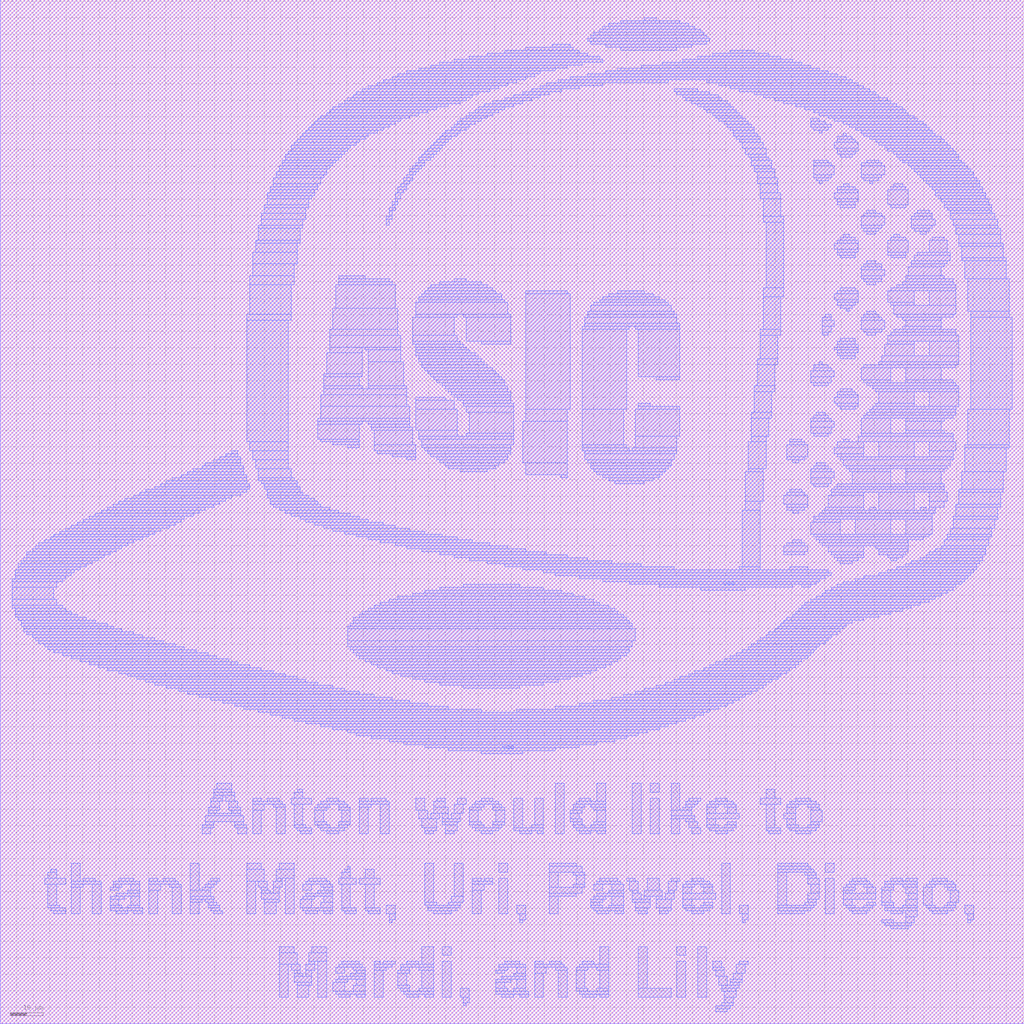
<source format=lef>
VERSION 5.7 ;
  NOWIREEXTENSIONATPIN ON ;
  DIVIDERCHAR "/" ;
  BUSBITCHARS "[]" ;
MACRO asic_hat_logo
  CLASS BLOCK ;
  FOREIGN asic_hat_logo ;
  ORIGIN 0.000 0.000 ;
  SIZE 310.500 BY 310.500 ;
  PIN vss
    DIRECTION INOUT ;
    USE GROUND ;
    SHAPE ABUTMENT ;
    PORT
      LAYER Metal4 ;
        RECT 167.400 296.100 172.800 297.000 ;
        RECT 159.300 295.200 173.700 296.100 ;
        RECT 153.000 294.300 175.500 295.200 ;
        RECT 147.600 293.400 178.200 294.300 ;
        RECT 142.200 292.500 181.800 293.400 ;
        RECT 137.700 291.600 182.700 292.500 ;
        RECT 133.200 290.700 176.400 291.600 ;
        RECT 130.500 289.800 171.900 290.700 ;
        RECT 126.900 288.900 168.300 289.800 ;
        RECT 123.300 288.000 163.800 288.900 ;
        RECT 120.600 287.100 162.000 288.000 ;
        RECT 118.800 286.200 159.300 287.100 ;
        RECT 116.100 285.300 156.600 286.200 ;
        RECT 114.300 284.400 153.900 285.300 ;
        RECT 111.600 283.500 151.200 284.400 ;
        RECT 109.800 282.600 148.500 283.500 ;
        RECT 204.300 282.600 211.500 283.500 ;
        RECT 108.000 281.700 144.900 282.600 ;
        RECT 205.200 281.700 215.100 282.600 ;
        RECT 107.100 280.800 143.100 281.700 ;
        RECT 207.000 280.800 217.800 281.700 ;
        RECT 105.300 279.900 141.300 280.800 ;
        RECT 207.900 279.900 218.700 280.800 ;
        RECT 104.400 279.000 139.500 279.900 ;
        RECT 209.700 279.000 220.500 279.900 ;
        RECT 102.600 278.100 135.900 279.000 ;
        RECT 211.500 278.100 221.400 279.000 ;
        RECT 100.800 277.200 132.300 278.100 ;
        RECT 213.300 277.200 222.300 278.100 ;
        RECT 99.900 276.300 129.600 277.200 ;
        RECT 214.200 276.300 223.200 277.200 ;
        RECT 99.000 275.400 126.900 276.300 ;
        RECT 216.000 275.400 224.100 276.300 ;
        RECT 97.200 274.500 124.200 275.400 ;
        RECT 216.900 274.500 225.000 275.400 ;
        RECT 96.300 273.600 121.500 274.500 ;
        RECT 217.800 273.600 225.900 274.500 ;
        RECT 95.400 272.700 119.700 273.600 ;
        RECT 219.600 272.700 226.800 273.600 ;
        RECT 94.500 271.800 117.900 272.700 ;
        RECT 220.500 271.800 227.700 272.700 ;
        RECT 93.600 270.900 116.100 271.800 ;
        RECT 221.400 270.900 228.600 271.800 ;
        RECT 92.700 270.000 114.300 270.900 ;
        RECT 222.300 270.000 228.600 270.900 ;
        RECT 91.800 269.100 111.600 270.000 ;
        RECT 222.300 269.100 229.500 270.000 ;
        RECT 90.900 268.200 110.700 269.100 ;
        RECT 223.200 268.200 230.400 269.100 ;
        RECT 90.000 267.300 108.900 268.200 ;
        RECT 224.100 267.300 230.400 268.200 ;
        RECT 89.100 266.400 108.000 267.300 ;
        RECT 88.200 265.500 106.200 266.400 ;
        RECT 225.000 265.500 231.300 267.300 ;
        RECT 88.200 264.600 105.300 265.500 ;
        RECT 87.300 263.700 104.400 264.600 ;
        RECT 225.900 263.700 232.200 265.500 ;
        RECT 86.400 262.800 103.500 263.700 ;
        RECT 226.800 262.800 232.200 263.700 ;
        RECT 86.400 261.900 102.600 262.800 ;
        RECT 227.700 261.900 233.100 262.800 ;
        RECT 85.500 261.000 101.700 261.900 ;
        RECT 85.500 260.100 100.800 261.000 ;
        RECT 227.700 260.100 234.000 261.900 ;
        RECT 84.600 259.200 99.900 260.100 ;
        RECT 228.600 259.200 234.000 260.100 ;
        RECT 84.600 258.300 99.000 259.200 ;
        RECT 228.600 258.300 234.900 259.200 ;
        RECT 83.700 257.400 99.000 258.300 ;
        RECT 83.700 256.500 98.100 257.400 ;
        RECT 229.500 256.500 234.900 258.300 ;
        RECT 82.800 254.700 97.200 256.500 ;
        RECT 229.500 254.700 235.800 256.500 ;
        RECT 82.800 253.800 96.300 254.700 ;
        RECT 81.900 252.900 96.300 253.800 ;
        RECT 81.900 252.000 95.400 252.900 ;
        RECT 81.000 251.100 95.400 252.000 ;
        RECT 230.400 252.000 235.800 254.700 ;
        RECT 81.000 250.200 94.500 251.100 ;
        RECT 230.400 250.200 236.700 252.000 ;
        RECT 81.000 248.400 93.600 250.200 ;
        RECT 80.100 247.500 93.600 248.400 ;
        RECT 80.100 245.700 92.700 247.500 ;
        RECT 79.200 243.900 92.700 245.700 ;
        RECT 231.300 244.800 236.700 250.200 ;
        RECT 79.200 242.100 91.800 243.900 ;
        RECT 231.300 243.000 237.600 244.800 ;
        RECT 78.300 241.200 91.800 242.100 ;
        RECT 78.300 237.600 90.900 241.200 ;
        RECT 77.400 236.700 90.900 237.600 ;
        RECT 77.400 234.000 90.000 236.700 ;
        RECT 76.500 230.400 90.000 234.000 ;
        RECT 76.500 226.800 89.100 230.400 ;
        RECT 75.600 224.100 89.100 226.800 ;
        RECT 75.600 215.100 88.200 224.100 ;
        RECT 232.200 223.200 237.600 243.000 ;
        RECT 74.700 213.300 88.200 215.100 ;
        RECT 231.300 220.500 237.600 223.200 ;
        RECT 74.700 176.400 87.300 213.300 ;
        RECT 231.300 210.600 236.700 220.500 ;
        RECT 230.400 208.800 236.700 210.600 ;
        RECT 230.400 201.600 235.800 208.800 ;
        RECT 229.500 199.800 235.800 201.600 ;
        RECT 229.500 193.500 234.900 199.800 ;
        RECT 228.600 191.700 234.900 193.500 ;
        RECT 228.600 185.400 234.000 191.700 ;
        RECT 227.700 183.600 234.000 185.400 ;
        RECT 227.700 178.200 233.100 183.600 ;
        RECT 227.700 176.400 232.200 178.200 ;
        RECT 75.600 173.700 87.300 176.400 ;
        RECT 76.500 171.000 87.300 173.700 ;
        RECT 77.400 168.300 87.300 171.000 ;
        RECT 226.800 168.300 232.200 176.400 ;
        RECT 78.300 165.600 88.200 168.300 ;
        RECT 226.800 167.400 231.300 168.300 ;
        RECT 78.300 164.700 89.100 165.600 ;
        RECT 79.200 163.800 90.000 164.700 ;
        RECT 80.100 162.900 90.000 163.800 ;
        RECT 80.100 162.000 90.900 162.900 ;
        RECT 81.000 161.100 90.900 162.000 ;
        RECT 81.000 160.200 91.800 161.100 ;
        RECT 81.000 159.300 93.600 160.200 ;
        RECT 81.900 158.400 95.400 159.300 ;
        RECT 225.900 158.400 231.300 167.400 ;
        RECT 81.900 157.500 96.300 158.400 ;
        RECT 82.800 156.600 97.200 157.500 ;
        RECT 84.600 155.700 99.900 156.600 ;
        RECT 225.900 155.700 230.400 158.400 ;
        RECT 86.400 154.800 102.600 155.700 ;
        RECT 88.200 153.900 106.200 154.800 ;
        RECT 90.900 153.000 108.900 153.900 ;
        RECT 92.700 152.100 111.600 153.000 ;
        RECT 95.400 151.200 116.100 152.100 ;
        RECT 98.100 150.300 119.700 151.200 ;
        RECT 100.800 149.400 124.200 150.300 ;
        RECT 104.400 148.500 128.700 149.400 ;
        RECT 108.000 147.600 134.100 148.500 ;
        RECT 111.600 146.700 138.600 147.600 ;
        RECT 115.200 145.800 143.100 146.700 ;
        RECT 119.700 144.900 148.500 145.800 ;
        RECT 123.300 144.000 153.900 144.900 ;
        RECT 127.800 143.100 159.300 144.000 ;
        RECT 133.200 142.200 165.600 143.100 ;
        RECT 137.700 141.300 171.900 142.200 ;
        RECT 142.200 140.400 178.200 141.300 ;
        RECT 147.600 139.500 185.400 140.400 ;
        RECT 153.000 138.600 194.400 139.500 ;
        RECT 225.000 138.600 230.400 155.700 ;
        RECT 158.400 137.700 204.300 138.600 ;
        RECT 224.100 137.700 230.400 138.600 ;
        RECT 239.400 137.700 244.800 138.600 ;
        RECT 164.700 136.800 251.100 137.700 ;
        RECT 168.300 135.900 252.000 136.800 ;
        RECT 175.500 135.000 250.200 135.900 ;
        RECT 182.700 134.100 248.400 135.000 ;
        RECT 190.800 133.200 247.500 134.100 ;
        RECT 199.800 132.300 240.300 133.200 ;
        RECT 243.000 132.300 245.700 133.200 ;
        RECT 212.400 131.400 225.900 132.300 ;
    END
  END vss
  PIN vdd
    DIRECTION INOUT ;
    USE POWER ;
    SHAPE ABUTMENT ;
    PORT
      LAYER Metal4 ;
        RECT 221.400 294.300 228.600 295.200 ;
        RECT 216.000 293.400 233.100 294.300 ;
        RECT 211.500 292.500 236.700 293.400 ;
        RECT 207.000 291.600 240.300 292.500 ;
        RECT 200.700 290.700 243.000 291.600 ;
        RECT 194.400 289.800 245.700 290.700 ;
        RECT 187.200 288.900 248.400 289.800 ;
        RECT 183.600 288.000 251.100 288.900 ;
        RECT 178.200 287.100 253.800 288.000 ;
        RECT 172.800 286.200 256.500 287.100 ;
        RECT 169.200 285.300 202.500 286.200 ;
        RECT 214.200 285.300 258.300 286.200 ;
        RECT 165.600 284.400 182.700 285.300 ;
        RECT 217.800 284.400 260.100 285.300 ;
        RECT 163.800 283.500 175.500 284.400 ;
        RECT 221.400 283.500 261.900 284.400 ;
        RECT 161.100 282.600 170.100 283.500 ;
        RECT 224.100 282.600 263.700 283.500 ;
        RECT 158.400 281.700 166.500 282.600 ;
        RECT 228.600 281.700 265.500 282.600 ;
        RECT 155.700 280.800 163.800 281.700 ;
        RECT 231.300 280.800 266.400 281.700 ;
        RECT 153.000 279.900 161.100 280.800 ;
        RECT 234.900 279.900 269.100 280.800 ;
        RECT 149.400 279.000 158.400 279.900 ;
        RECT 237.600 279.000 270.000 279.900 ;
        RECT 146.700 278.100 155.700 279.000 ;
        RECT 241.200 278.100 271.800 279.000 ;
        RECT 144.900 277.200 153.000 278.100 ;
        RECT 243.900 277.200 273.600 278.100 ;
        RECT 144.000 276.300 151.200 277.200 ;
        RECT 246.600 276.300 274.500 277.200 ;
        RECT 142.200 275.400 149.400 276.300 ;
        RECT 248.400 275.400 275.400 276.300 ;
        RECT 141.300 274.500 147.600 275.400 ;
        RECT 251.100 274.500 277.200 275.400 ;
        RECT 139.500 273.600 145.800 274.500 ;
        RECT 252.900 273.600 278.100 274.500 ;
        RECT 138.600 272.700 144.000 273.600 ;
        RECT 255.600 272.700 279.900 273.600 ;
        RECT 137.700 271.800 142.200 272.700 ;
        RECT 257.400 271.800 280.800 272.700 ;
        RECT 136.800 270.900 141.300 271.800 ;
        RECT 259.200 270.900 281.700 271.800 ;
        RECT 135.000 270.000 139.500 270.900 ;
        RECT 261.000 270.000 282.600 270.900 ;
        RECT 134.100 269.100 138.600 270.000 ;
        RECT 261.900 269.100 283.500 270.000 ;
        RECT 133.200 268.200 136.800 269.100 ;
        RECT 263.700 268.200 285.300 269.100 ;
        RECT 132.300 267.300 135.900 268.200 ;
        RECT 265.500 267.300 286.200 268.200 ;
        RECT 131.400 266.400 135.000 267.300 ;
        RECT 266.400 266.400 287.100 267.300 ;
        RECT 130.500 265.500 134.100 266.400 ;
        RECT 268.200 265.500 288.000 266.400 ;
        RECT 129.600 264.600 133.200 265.500 ;
        RECT 269.100 264.600 288.900 265.500 ;
        RECT 128.700 263.700 132.300 264.600 ;
        RECT 270.900 263.700 289.800 264.600 ;
        RECT 127.800 262.800 131.400 263.700 ;
        RECT 271.800 262.800 290.700 263.700 ;
        RECT 126.900 261.900 130.500 262.800 ;
        RECT 272.700 261.900 290.700 262.800 ;
        RECT 126.900 261.000 128.700 261.900 ;
        RECT 273.600 261.000 291.600 261.900 ;
        RECT 126.000 260.100 128.700 261.000 ;
        RECT 275.400 260.100 292.500 261.000 ;
        RECT 125.100 259.200 127.800 260.100 ;
        RECT 276.300 259.200 293.400 260.100 ;
        RECT 124.200 258.300 126.900 259.200 ;
        RECT 277.200 258.300 294.300 259.200 ;
        RECT 124.200 257.400 126.000 258.300 ;
        RECT 278.100 257.400 295.200 258.300 ;
        RECT 123.300 256.500 125.100 257.400 ;
        RECT 279.000 256.500 295.200 257.400 ;
        RECT 122.400 255.600 125.100 256.500 ;
        RECT 279.900 255.600 296.100 256.500 ;
        RECT 122.400 254.700 124.200 255.600 ;
        RECT 280.800 254.700 297.000 255.600 ;
        RECT 121.500 253.800 123.300 254.700 ;
        RECT 281.700 253.800 297.000 254.700 ;
        RECT 120.600 252.900 123.300 253.800 ;
        RECT 282.600 252.900 297.900 253.800 ;
        RECT 120.600 252.000 122.400 252.900 ;
        RECT 283.500 252.000 297.900 252.900 ;
        RECT 119.700 250.200 121.500 252.000 ;
        RECT 283.500 251.100 298.800 252.000 ;
        RECT 284.400 250.200 298.800 251.100 ;
        RECT 119.700 249.300 120.600 250.200 ;
        RECT 285.300 249.300 299.700 250.200 ;
        RECT 118.800 248.400 120.600 249.300 ;
        RECT 286.200 248.400 299.700 249.300 ;
        RECT 118.800 247.500 119.700 248.400 ;
        RECT 286.200 247.500 300.600 248.400 ;
        RECT 117.900 246.600 119.700 247.500 ;
        RECT 287.100 246.600 300.600 247.500 ;
        RECT 117.900 244.800 118.800 246.600 ;
        RECT 117.000 243.900 118.800 244.800 ;
        RECT 288.000 245.700 300.600 246.600 ;
        RECT 288.000 243.900 301.500 245.700 ;
        RECT 117.000 242.100 117.900 243.900 ;
        RECT 288.900 242.100 302.400 243.900 ;
        RECT 289.800 241.200 302.400 242.100 ;
        RECT 289.800 239.400 303.300 241.200 ;
        RECT 290.700 236.700 303.300 239.400 ;
        RECT 290.700 235.800 304.200 236.700 ;
        RECT 291.600 232.200 304.200 235.800 ;
        RECT 291.600 231.300 305.100 232.200 ;
        RECT 292.500 225.900 305.100 231.300 ;
        RECT 293.400 216.000 306.000 225.900 ;
        RECT 294.300 214.200 306.000 216.000 ;
        RECT 294.300 186.300 306.900 214.200 ;
        RECT 293.400 175.500 306.000 186.300 ;
        RECT 292.500 174.600 306.000 175.500 ;
        RECT 70.200 172.800 72.000 173.700 ;
        RECT 68.400 171.900 72.000 172.800 ;
        RECT 66.600 171.000 72.900 171.900 ;
        RECT 64.800 170.100 72.900 171.000 ;
        RECT 62.100 169.200 72.900 170.100 ;
        RECT 61.200 168.300 73.800 169.200 ;
        RECT 58.500 167.400 73.800 168.300 ;
        RECT 292.500 167.400 305.100 174.600 ;
        RECT 56.700 166.500 73.800 167.400 ;
        RECT 54.900 165.600 74.700 166.500 ;
        RECT 52.200 164.700 74.700 165.600 ;
        RECT 50.400 163.800 74.700 164.700 ;
        RECT 48.600 162.900 75.600 163.800 ;
        RECT 46.800 162.000 75.600 162.900 ;
        RECT 291.600 162.000 304.200 167.400 ;
        RECT 44.100 161.100 74.700 162.000 ;
        RECT 290.700 161.100 304.200 162.000 ;
        RECT 42.300 160.200 72.900 161.100 ;
        RECT 40.500 159.300 70.200 160.200 ;
        RECT 37.800 158.400 68.400 159.300 ;
        RECT 36.000 157.500 66.600 158.400 ;
        RECT 290.700 157.500 303.300 161.100 ;
        RECT 34.200 156.600 64.800 157.500 ;
        RECT 289.800 156.600 303.300 157.500 ;
        RECT 32.400 155.700 62.100 156.600 ;
        RECT 30.600 154.800 60.300 155.700 ;
        RECT 28.800 153.900 58.500 154.800 ;
        RECT 289.800 153.900 302.400 156.600 ;
        RECT 27.000 153.000 55.800 153.900 ;
        RECT 288.900 153.000 302.400 153.900 ;
        RECT 25.200 152.100 54.900 153.000 ;
        RECT 23.400 151.200 53.100 152.100 ;
        RECT 21.600 150.300 51.300 151.200 ;
        RECT 288.900 150.300 301.500 153.000 ;
        RECT 19.800 149.400 48.600 150.300 ;
        RECT 18.000 148.500 46.800 149.400 ;
        RECT 288.000 148.500 300.600 150.300 ;
        RECT 16.200 147.600 45.000 148.500 ;
        RECT 287.100 147.600 300.600 148.500 ;
        RECT 15.300 146.700 43.200 147.600 ;
        RECT 287.100 146.700 299.700 147.600 ;
        RECT 13.500 145.800 40.500 146.700 ;
        RECT 11.700 144.900 38.700 145.800 ;
        RECT 286.200 144.900 299.700 146.700 ;
        RECT 10.800 144.000 36.900 144.900 ;
        RECT 285.300 144.000 298.800 144.900 ;
        RECT 9.900 143.100 35.100 144.000 ;
        RECT 283.500 143.100 298.800 144.000 ;
        RECT 8.100 142.200 33.300 143.100 ;
        RECT 281.700 142.200 298.800 143.100 ;
        RECT 8.100 141.300 31.500 142.200 ;
        RECT 280.800 141.300 297.900 142.200 ;
        RECT 7.200 140.400 29.700 141.300 ;
        RECT 279.000 140.400 297.900 141.300 ;
        RECT 6.300 139.500 27.900 140.400 ;
        RECT 276.300 139.500 297.000 140.400 ;
        RECT 5.400 138.600 26.100 139.500 ;
        RECT 274.500 138.600 296.100 139.500 ;
        RECT 5.400 137.700 24.300 138.600 ;
        RECT 271.800 137.700 296.100 138.600 ;
        RECT 4.500 136.800 22.500 137.700 ;
        RECT 269.100 136.800 295.200 137.700 ;
        RECT 4.500 135.900 21.600 136.800 ;
        RECT 266.400 135.900 294.300 136.800 ;
        RECT 4.500 135.000 19.800 135.900 ;
        RECT 261.900 135.000 293.400 135.900 ;
        RECT 3.600 134.100 18.900 135.000 ;
        RECT 259.200 134.100 292.500 135.000 ;
        RECT 3.600 132.300 17.100 134.100 ;
        RECT 255.600 133.200 291.600 134.100 ;
        RECT 253.800 132.300 289.800 133.200 ;
        RECT 3.600 128.700 16.200 132.300 ;
        RECT 252.000 131.400 288.900 132.300 ;
        RECT 250.200 130.500 287.100 131.400 ;
        RECT 249.300 129.600 285.300 130.500 ;
        RECT 247.500 128.700 283.500 129.600 ;
        RECT 3.600 126.900 17.100 128.700 ;
        RECT 245.700 127.800 281.700 128.700 ;
        RECT 243.900 126.900 279.000 127.800 ;
        RECT 3.600 126.000 18.900 126.900 ;
        RECT 243.000 126.000 276.300 126.900 ;
        RECT 4.500 125.100 19.800 126.000 ;
        RECT 242.100 125.100 273.600 126.000 ;
        RECT 4.500 124.200 21.600 125.100 ;
        RECT 241.200 124.200 270.000 125.100 ;
        RECT 4.500 123.300 23.400 124.200 ;
        RECT 240.300 123.300 266.400 124.200 ;
        RECT 5.400 122.400 26.100 123.300 ;
        RECT 238.500 122.400 261.900 123.300 ;
        RECT 6.300 121.500 28.800 122.400 ;
        RECT 237.600 121.500 258.300 122.400 ;
        RECT 6.300 120.600 32.400 121.500 ;
        RECT 236.700 120.600 256.500 121.500 ;
        RECT 7.200 119.700 34.200 120.600 ;
        RECT 235.800 119.700 255.600 120.600 ;
        RECT 7.200 118.800 36.900 119.700 ;
        RECT 234.900 118.800 254.700 119.700 ;
        RECT 8.100 117.900 40.500 118.800 ;
        RECT 233.100 117.900 253.800 118.800 ;
        RECT 9.900 117.000 43.200 117.900 ;
        RECT 232.200 117.000 252.000 117.900 ;
        RECT 10.800 116.100 46.800 117.000 ;
        RECT 230.400 116.100 251.100 117.000 ;
        RECT 11.700 115.200 49.500 116.100 ;
        RECT 229.500 115.200 250.200 116.100 ;
        RECT 13.500 114.300 53.100 115.200 ;
        RECT 227.700 114.300 248.400 115.200 ;
        RECT 14.400 113.400 55.800 114.300 ;
        RECT 226.800 113.400 247.500 114.300 ;
        RECT 16.200 112.500 59.400 113.400 ;
        RECT 225.000 112.500 246.600 113.400 ;
        RECT 18.900 111.600 63.000 112.500 ;
        RECT 223.200 111.600 245.700 112.500 ;
        RECT 21.600 110.700 65.700 111.600 ;
        RECT 221.400 110.700 244.800 111.600 ;
        RECT 24.300 109.800 69.300 110.700 ;
        RECT 219.600 109.800 243.000 110.700 ;
        RECT 27.000 108.900 72.000 109.800 ;
        RECT 216.900 108.900 242.100 109.800 ;
        RECT 29.700 108.000 75.600 108.900 ;
        RECT 215.100 108.000 241.200 108.900 ;
        RECT 32.400 107.100 79.200 108.000 ;
        RECT 213.300 107.100 239.400 108.000 ;
        RECT 36.000 106.200 82.800 107.100 ;
        RECT 210.600 106.200 238.500 107.100 ;
        RECT 38.700 105.300 86.400 106.200 ;
        RECT 208.800 105.300 236.700 106.200 ;
        RECT 41.400 104.400 90.000 105.300 ;
        RECT 206.100 104.400 235.800 105.300 ;
        RECT 44.100 103.500 92.700 104.400 ;
        RECT 204.300 103.500 234.000 104.400 ;
        RECT 46.800 102.600 96.300 103.500 ;
        RECT 201.600 102.600 232.200 103.500 ;
        RECT 50.400 101.700 100.800 102.600 ;
        RECT 198.900 101.700 231.300 102.600 ;
        RECT 54.000 100.800 104.400 101.700 ;
        RECT 195.300 100.800 229.500 101.700 ;
        RECT 56.700 99.900 108.900 100.800 ;
        RECT 192.600 99.900 227.700 100.800 ;
        RECT 60.300 99.000 113.400 99.900 ;
        RECT 189.000 99.000 225.900 99.900 ;
        RECT 63.900 98.100 118.800 99.000 ;
        RECT 185.400 98.100 224.100 99.000 ;
        RECT 67.500 97.200 124.200 98.100 ;
        RECT 180.000 97.200 222.300 98.100 ;
        RECT 71.100 96.300 129.600 97.200 ;
        RECT 175.500 96.300 220.500 97.200 ;
        RECT 73.800 95.400 135.900 96.300 ;
        RECT 168.300 95.400 217.800 96.300 ;
        RECT 78.300 94.500 145.800 95.400 ;
        RECT 156.600 94.500 215.100 95.400 ;
        RECT 81.900 93.600 213.300 94.500 ;
        RECT 85.500 92.700 210.600 93.600 ;
        RECT 89.100 91.800 207.900 92.700 ;
        RECT 92.700 90.900 205.200 91.800 ;
        RECT 97.200 90.000 202.500 90.900 ;
        RECT 100.800 89.100 199.800 90.000 ;
        RECT 105.300 88.200 196.200 89.100 ;
        RECT 108.000 87.300 193.500 88.200 ;
        RECT 112.500 86.400 189.900 87.300 ;
        RECT 117.900 85.500 186.300 86.400 ;
        RECT 122.400 84.600 180.900 85.500 ;
        RECT 128.700 83.700 175.500 84.600 ;
        RECT 135.900 82.800 168.300 83.700 ;
        RECT 145.800 81.900 158.400 82.800 ;
    END
  END vdd
  OBS
      LAYER Metal2 ;
        RECT 0.000 0.000 310.500 310.500 ;
      LAYER Metal3 ;
        RECT 0.000 0.000 310.500 310.500 ;
      LAYER Metal4 ;
        RECT 195.300 304.200 198.900 305.100 ;
        RECT 188.100 303.300 206.100 304.200 ;
        RECT 184.500 302.400 208.800 303.300 ;
        RECT 182.700 301.500 210.600 302.400 ;
        RECT 181.800 300.600 212.400 301.500 ;
        RECT 180.000 299.700 213.300 300.600 ;
        RECT 179.100 298.800 214.200 299.700 ;
        RECT 178.200 297.900 215.100 298.800 ;
        RECT 179.100 297.000 214.200 297.900 ;
        RECT 183.600 296.100 209.700 297.000 ;
        RECT 188.100 295.200 205.200 296.100 ;
        RECT 245.700 273.600 248.400 274.500 ;
        RECT 245.700 272.700 250.200 273.600 ;
        RECT 245.700 271.800 252.000 272.700 ;
        RECT 246.600 270.900 251.100 271.800 ;
        RECT 248.400 270.000 249.300 270.900 ;
        RECT 255.600 269.100 256.500 270.000 ;
        RECT 253.800 268.200 258.300 269.100 ;
        RECT 253.800 267.300 259.200 268.200 ;
        RECT 252.900 265.500 260.100 267.300 ;
        RECT 253.800 264.600 260.100 265.500 ;
        RECT 253.800 263.700 259.200 264.600 ;
        RECT 254.700 262.800 258.300 263.700 ;
        RECT 246.600 261.000 251.100 261.900 ;
        RECT 262.800 261.000 266.400 261.900 ;
        RECT 246.600 260.100 252.000 261.000 ;
        RECT 261.000 260.100 267.300 261.000 ;
        RECT 246.600 257.400 252.900 260.100 ;
        RECT 261.000 257.400 268.200 260.100 ;
        RECT 246.600 256.500 252.000 257.400 ;
        RECT 261.000 256.500 267.300 257.400 ;
        RECT 247.500 255.600 251.100 256.500 ;
        RECT 261.900 255.600 266.400 256.500 ;
        RECT 248.400 254.700 249.300 255.600 ;
        RECT 263.700 254.700 264.600 255.600 ;
        RECT 255.600 253.800 257.400 254.700 ;
        RECT 270.900 253.800 273.600 254.700 ;
        RECT 253.800 252.900 259.200 253.800 ;
        RECT 270.000 252.900 274.500 253.800 ;
        RECT 253.800 252.000 260.100 252.900 ;
        RECT 252.900 250.200 260.100 252.000 ;
        RECT 253.800 249.300 260.100 250.200 ;
        RECT 253.800 248.400 259.200 249.300 ;
        RECT 269.100 248.400 275.400 252.900 ;
        RECT 254.700 247.500 259.200 248.400 ;
        RECT 270.000 247.500 274.500 248.400 ;
        RECT 262.800 245.700 265.500 246.600 ;
        RECT 278.100 245.700 281.700 246.600 ;
        RECT 261.900 244.800 267.300 245.700 ;
        RECT 277.200 244.800 282.600 245.700 ;
        RECT 261.000 242.100 268.200 244.800 ;
        RECT 276.300 243.900 282.600 244.800 ;
        RECT 276.300 242.100 283.500 243.900 ;
        RECT 261.000 241.200 267.300 242.100 ;
        RECT 276.300 241.200 282.600 242.100 ;
        RECT 261.900 240.300 266.400 241.200 ;
        RECT 277.200 240.300 281.700 241.200 ;
        RECT 262.800 239.400 265.500 240.300 ;
        RECT 279.000 239.400 280.800 240.300 ;
        RECT 255.600 238.500 257.400 239.400 ;
        RECT 270.900 238.500 272.700 239.400 ;
        RECT 254.700 237.600 259.200 238.500 ;
        RECT 270.000 237.600 274.500 238.500 ;
        RECT 282.600 237.600 286.200 238.500 ;
        RECT 253.800 236.700 260.100 237.600 ;
        RECT 252.900 234.900 260.100 236.700 ;
        RECT 253.800 234.000 260.100 234.900 ;
        RECT 269.100 234.000 275.400 237.600 ;
        RECT 281.700 234.000 287.100 237.600 ;
        RECT 253.800 233.100 259.200 234.000 ;
        RECT 269.100 233.100 274.500 234.000 ;
        RECT 278.100 233.100 288.000 234.000 ;
        RECT 254.700 232.200 259.200 233.100 ;
        RECT 270.000 232.200 274.500 233.100 ;
        RECT 277.200 231.300 288.000 233.100 ;
        RECT 262.800 230.400 265.500 231.300 ;
        RECT 276.300 230.400 287.100 231.300 ;
        RECT 261.900 229.500 267.300 230.400 ;
        RECT 276.300 229.500 286.200 230.400 ;
        RECT 261.000 228.600 267.300 229.500 ;
        RECT 261.000 226.800 268.200 228.600 ;
        RECT 275.400 226.800 285.300 229.500 ;
        RECT 102.600 225.900 110.700 226.800 ;
        RECT 261.000 225.900 267.300 226.800 ;
        RECT 102.600 225.000 117.900 225.900 ;
        RECT 137.700 225.000 141.300 225.900 ;
        RECT 261.900 225.000 267.300 225.900 ;
        RECT 274.500 225.900 286.200 226.800 ;
        RECT 274.500 225.000 288.900 225.900 ;
        RECT 102.600 224.100 118.800 225.000 ;
        RECT 133.200 224.100 145.800 225.000 ;
        RECT 262.800 224.100 265.500 225.000 ;
        RECT 273.600 224.100 288.900 225.000 ;
        RECT 101.700 216.900 119.700 224.100 ;
        RECT 130.500 223.200 147.600 224.100 ;
        RECT 271.800 223.200 289.800 224.100 ;
        RECT 129.600 222.300 149.400 223.200 ;
        RECT 254.700 222.300 259.200 223.200 ;
        RECT 270.000 222.300 289.800 223.200 ;
        RECT 128.700 221.400 150.300 222.300 ;
        RECT 159.300 221.400 171.900 222.300 ;
        RECT 187.200 221.400 195.300 222.300 ;
        RECT 253.800 221.400 260.100 222.300 ;
        RECT 127.800 220.500 152.100 221.400 ;
        RECT 126.900 219.600 152.100 220.500 ;
        RECT 126.900 218.700 153.000 219.600 ;
        RECT 100.800 210.600 120.600 216.900 ;
        RECT 126.000 215.100 153.900 218.700 ;
        RECT 126.000 214.200 138.600 215.100 ;
        RECT 140.400 214.200 154.800 215.100 ;
        RECT 99.900 208.800 120.600 210.600 ;
        RECT 125.100 208.800 137.700 214.200 ;
        RECT 99.900 205.200 121.500 208.800 ;
        RECT 125.100 207.000 138.600 208.800 ;
        RECT 141.300 207.000 154.800 214.200 ;
        RECT 125.100 206.100 139.500 207.000 ;
        RECT 145.800 206.100 154.800 207.000 ;
        RECT 99.900 203.400 109.800 205.200 ;
        RECT 110.700 204.300 121.500 205.200 ;
        RECT 99.000 197.100 109.800 203.400 ;
        RECT 98.100 196.200 109.800 197.100 ;
        RECT 111.600 200.700 121.500 204.300 ;
        RECT 126.000 205.200 140.400 206.100 ;
        RECT 126.000 204.300 141.300 205.200 ;
        RECT 126.000 203.400 142.200 204.300 ;
        RECT 126.000 202.500 144.000 203.400 ;
        RECT 126.900 201.600 144.900 202.500 ;
        RECT 126.900 200.700 145.800 201.600 ;
        RECT 98.100 193.500 108.900 196.200 ;
        RECT 111.600 193.500 122.400 200.700 ;
        RECT 127.800 199.800 146.700 200.700 ;
        RECT 127.800 198.900 147.600 199.800 ;
        RECT 128.700 198.000 149.400 198.900 ;
        RECT 129.600 197.100 150.300 198.000 ;
        RECT 130.500 196.200 151.200 197.100 ;
        RECT 131.400 195.300 152.100 196.200 ;
        RECT 132.300 194.400 153.000 195.300 ;
        RECT 134.100 193.500 153.000 194.400 ;
        RECT 98.100 192.600 109.800 193.500 ;
        RECT 111.600 192.600 123.300 193.500 ;
        RECT 135.000 192.600 153.900 193.500 ;
        RECT 98.100 190.800 123.300 192.600 ;
        RECT 135.900 191.700 153.900 192.600 ;
        RECT 136.800 190.800 154.800 191.700 ;
        RECT 97.200 187.200 123.300 190.800 ;
        RECT 137.700 189.900 154.800 190.800 ;
        RECT 126.000 189.000 135.000 189.900 ;
        RECT 138.600 189.000 154.800 189.900 ;
        RECT 97.200 183.600 124.200 187.200 ;
        RECT 96.300 182.700 124.200 183.600 ;
        RECT 96.300 181.800 109.800 182.700 ;
        RECT 111.600 181.800 124.200 182.700 ;
        RECT 96.300 177.300 108.900 181.800 ;
        RECT 112.500 180.900 124.200 181.800 ;
        RECT 126.000 186.300 137.700 189.000 ;
        RECT 140.400 188.100 154.800 189.000 ;
        RECT 140.400 187.200 155.700 188.100 ;
        RECT 112.500 180.000 125.100 180.900 ;
        RECT 126.000 180.000 138.600 186.300 ;
        RECT 141.300 185.400 155.700 187.200 ;
        RECT 97.200 176.400 108.900 177.300 ;
        RECT 100.800 175.500 108.900 176.400 ;
        RECT 105.300 174.600 108.900 175.500 ;
        RECT 113.400 175.500 125.100 180.000 ;
        RECT 126.900 178.200 138.600 180.000 ;
        RECT 142.200 179.100 155.700 185.400 ;
        RECT 159.300 186.300 172.800 221.400 ;
        RECT 184.500 220.500 198.000 221.400 ;
        RECT 182.700 219.600 199.800 220.500 ;
        RECT 252.900 219.600 260.100 221.400 ;
        RECT 181.800 218.700 201.600 219.600 ;
        RECT 253.800 218.700 260.100 219.600 ;
        RECT 269.100 218.700 277.200 222.300 ;
        RECT 180.000 217.800 202.500 218.700 ;
        RECT 253.800 217.800 259.200 218.700 ;
        RECT 270.000 217.800 277.200 218.700 ;
        RECT 281.700 217.800 289.800 222.300 ;
        RECT 179.100 216.000 203.400 217.800 ;
        RECT 254.700 216.900 258.300 217.800 ;
        RECT 256.500 216.000 257.400 216.900 ;
        RECT 178.200 215.100 204.300 216.000 ;
        RECT 262.800 215.100 265.500 216.000 ;
        RECT 270.900 215.100 289.800 217.800 ;
        RECT 178.200 214.200 205.200 215.100 ;
        RECT 250.200 214.200 252.000 215.100 ;
        RECT 261.900 214.200 266.400 215.100 ;
        RECT 271.800 214.200 288.900 215.100 ;
        RECT 177.300 212.400 205.200 214.200 ;
        RECT 249.300 213.300 252.000 214.200 ;
        RECT 261.000 213.300 267.300 214.200 ;
        RECT 273.600 213.300 285.300 214.200 ;
        RECT 177.300 211.500 206.100 212.400 ;
        RECT 176.400 210.600 190.800 211.500 ;
        RECT 192.600 210.600 206.100 211.500 ;
        RECT 176.400 186.300 189.900 210.600 ;
        RECT 193.500 196.200 206.100 210.600 ;
        RECT 249.300 211.500 252.900 213.300 ;
        RECT 249.300 209.700 252.000 211.500 ;
        RECT 261.000 210.600 268.200 213.300 ;
        RECT 274.500 211.500 285.300 213.300 ;
        RECT 273.600 210.600 285.300 211.500 ;
        RECT 261.900 209.700 267.300 210.600 ;
        RECT 270.900 209.700 289.800 210.600 ;
        RECT 249.300 208.800 251.100 209.700 ;
        RECT 262.800 208.800 265.500 209.700 ;
        RECT 270.000 208.800 289.800 209.700 ;
        RECT 254.700 207.000 259.200 207.900 ;
        RECT 253.800 206.100 259.200 207.000 ;
        RECT 269.100 207.000 290.700 208.800 ;
        RECT 269.100 206.100 277.200 207.000 ;
        RECT 253.800 205.200 260.100 206.100 ;
        RECT 252.900 204.300 260.100 205.200 ;
        RECT 253.800 203.400 260.100 204.300 ;
        RECT 253.800 202.500 259.200 203.400 ;
        RECT 268.200 202.500 277.200 206.100 ;
        RECT 281.700 202.500 290.700 207.000 ;
        RECT 254.700 201.600 259.200 202.500 ;
        RECT 267.300 200.700 290.700 202.500 ;
        RECT 248.400 199.800 249.300 200.700 ;
        RECT 266.400 199.800 290.700 200.700 ;
        RECT 246.600 198.900 251.100 199.800 ;
        RECT 261.900 198.900 289.800 199.800 ;
        RECT 246.600 198.000 252.000 198.900 ;
        RECT 198.900 195.300 206.100 196.200 ;
        RECT 245.700 196.200 252.900 198.000 ;
        RECT 245.700 194.400 252.000 196.200 ;
        RECT 261.000 195.300 270.000 198.900 ;
        RECT 261.900 194.400 270.000 195.300 ;
        RECT 274.500 195.300 285.300 198.900 ;
        RECT 274.500 194.400 288.900 195.300 ;
        RECT 246.600 193.500 251.100 194.400 ;
        RECT 262.800 193.500 289.800 194.400 ;
        RECT 264.600 192.600 290.700 193.500 ;
        RECT 254.700 191.700 258.300 192.600 ;
        RECT 265.500 191.700 290.700 192.600 ;
        RECT 253.800 190.800 259.200 191.700 ;
        RECT 253.800 189.900 260.100 190.800 ;
        RECT 252.900 188.100 260.100 189.900 ;
        RECT 266.400 188.100 277.200 191.700 ;
        RECT 193.500 187.200 197.100 188.100 ;
        RECT 253.800 187.200 260.100 188.100 ;
        RECT 265.500 187.200 277.200 188.100 ;
        RECT 281.700 187.200 290.700 191.700 ;
        RECT 193.500 186.300 206.100 187.200 ;
        RECT 254.700 186.300 259.200 187.200 ;
        RECT 264.600 186.300 289.800 187.200 ;
        RECT 159.300 182.700 171.900 186.300 ;
        RECT 141.300 178.200 155.700 179.100 ;
        RECT 126.900 177.300 155.700 178.200 ;
        RECT 127.800 175.500 155.700 177.300 ;
        RECT 113.400 173.700 126.000 175.500 ;
        RECT 127.800 174.600 154.800 175.500 ;
        RECT 128.700 173.700 154.800 174.600 ;
        RECT 114.300 172.800 126.000 173.700 ;
        RECT 129.600 172.800 154.800 173.700 ;
        RECT 118.800 171.900 126.000 172.800 ;
        RECT 130.500 171.900 153.900 172.800 ;
        RECT 123.300 171.000 126.000 171.900 ;
        RECT 132.300 171.000 153.900 171.900 ;
        RECT 133.200 170.100 153.000 171.000 ;
        RECT 158.400 170.100 171.900 182.700 ;
        RECT 176.400 175.500 189.000 186.300 ;
        RECT 192.600 178.200 206.100 186.300 ;
        RECT 263.700 185.400 289.800 186.300 ;
        RECT 247.500 184.500 250.200 185.400 ;
        RECT 262.800 184.500 289.800 185.400 ;
        RECT 246.600 183.600 251.100 184.500 ;
        RECT 261.900 183.600 288.900 184.500 ;
        RECT 245.700 182.700 252.000 183.600 ;
        RECT 245.700 180.900 252.900 182.700 ;
        RECT 245.700 179.100 252.000 180.900 ;
        RECT 261.000 179.100 270.000 183.600 ;
        RECT 274.500 182.700 286.200 183.600 ;
        RECT 274.500 180.000 285.300 182.700 ;
        RECT 274.500 179.100 286.200 180.000 ;
        RECT 246.600 178.200 251.100 179.100 ;
        RECT 261.000 178.200 288.900 179.100 ;
        RECT 176.400 174.600 189.900 175.500 ;
        RECT 192.600 174.600 205.200 178.200 ;
        RECT 239.400 176.400 243.000 177.300 ;
        RECT 255.600 176.400 257.400 177.300 ;
        RECT 260.100 176.400 288.900 178.200 ;
        RECT 239.400 175.500 243.900 176.400 ;
        RECT 176.400 173.700 190.800 174.600 ;
        RECT 191.700 173.700 205.200 174.600 ;
        RECT 177.300 172.800 205.200 173.700 ;
        RECT 177.300 171.000 204.300 172.800 ;
        RECT 238.500 171.900 244.800 175.500 ;
        RECT 253.800 174.600 261.900 176.400 ;
        RECT 252.900 172.800 261.900 174.600 ;
        RECT 253.800 171.900 261.900 172.800 ;
        RECT 266.400 171.900 277.200 176.400 ;
        RECT 281.700 173.700 289.800 176.400 ;
        RECT 281.700 171.900 288.900 173.700 ;
        RECT 238.500 171.000 243.900 171.900 ;
        RECT 254.700 171.000 288.900 171.900 ;
        RECT 178.200 170.100 203.400 171.000 ;
        RECT 240.300 170.100 242.100 171.000 ;
        RECT 135.000 169.200 151.200 170.100 ;
        RECT 135.900 168.300 150.300 169.200 ;
        RECT 139.500 167.400 147.600 168.300 ;
        RECT 159.300 166.500 171.900 170.100 ;
        RECT 179.100 169.200 203.400 170.100 ;
        RECT 247.500 169.200 250.200 170.100 ;
        RECT 255.600 169.200 288.000 171.000 ;
        RECT 179.100 168.300 202.500 169.200 ;
        RECT 246.600 168.300 251.100 169.200 ;
        RECT 256.500 168.300 287.100 169.200 ;
        RECT 180.000 167.400 201.600 168.300 ;
        RECT 245.700 167.400 252.000 168.300 ;
        RECT 257.400 167.400 270.000 168.300 ;
        RECT 180.900 166.500 200.700 167.400 ;
        RECT 170.100 165.600 171.900 166.500 ;
        RECT 182.700 165.600 199.800 166.500 ;
        RECT 245.700 165.600 252.900 167.400 ;
        RECT 184.500 164.700 198.000 165.600 ;
        RECT 186.300 163.800 195.300 164.700 ;
        RECT 245.700 163.800 252.000 165.600 ;
        RECT 258.300 163.800 270.000 167.400 ;
        RECT 274.500 167.400 286.200 168.300 ;
        RECT 274.500 163.800 285.300 167.400 ;
        RECT 246.600 162.900 251.100 163.800 ;
        RECT 253.800 162.900 286.200 163.800 ;
        RECT 252.900 162.000 286.200 162.900 ;
        RECT 239.400 161.100 243.000 162.000 ;
        RECT 252.000 161.100 286.200 162.000 ;
        RECT 238.500 160.200 243.900 161.100 ;
        RECT 252.000 160.200 261.900 161.100 ;
        RECT 237.600 157.500 244.800 160.200 ;
        RECT 238.500 156.600 244.800 157.500 ;
        RECT 251.100 156.600 261.900 160.200 ;
        RECT 238.500 155.700 243.900 156.600 ;
        RECT 250.200 155.700 261.900 156.600 ;
        RECT 263.700 155.700 265.500 156.600 ;
        RECT 266.400 155.700 277.200 161.100 ;
        RECT 281.700 158.400 287.100 161.100 ;
        RECT 281.700 156.600 286.200 158.400 ;
        RECT 279.000 155.700 280.800 156.600 ;
        RECT 281.700 155.700 283.500 156.600 ;
        RECT 240.300 154.800 242.100 155.700 ;
        RECT 249.300 154.800 283.500 155.700 ;
        RECT 248.400 153.900 282.600 154.800 ;
        RECT 246.600 153.000 282.600 153.900 ;
        RECT 246.600 152.100 254.700 153.000 ;
        RECT 245.700 148.500 254.700 152.100 ;
        RECT 259.200 148.500 270.000 153.000 ;
        RECT 274.500 148.500 282.600 153.000 ;
        RECT 246.600 147.600 281.700 148.500 ;
        RECT 247.500 146.700 279.900 147.600 ;
        RECT 240.300 145.800 243.000 146.700 ;
        RECT 248.400 145.800 275.400 146.700 ;
        RECT 238.500 144.900 243.900 145.800 ;
        RECT 249.300 144.900 275.400 145.800 ;
        RECT 237.600 143.100 244.800 144.900 ;
        RECT 251.100 143.100 261.900 144.900 ;
        RECT 265.500 144.000 275.400 144.900 ;
        RECT 237.600 142.200 243.900 143.100 ;
        RECT 252.000 142.200 261.900 143.100 ;
        RECT 266.400 143.100 275.400 144.000 ;
        RECT 266.400 142.200 274.500 143.100 ;
        RECT 252.900 141.300 261.900 142.200 ;
        RECT 269.100 141.300 273.600 142.200 ;
        RECT 253.800 140.400 260.100 141.300 ;
        RECT 270.000 140.400 271.800 141.300 ;
        RECT 254.700 139.500 258.300 140.400 ;
        RECT 140.400 132.300 157.500 133.200 ;
        RECT 133.200 131.400 164.700 132.300 ;
        RECT 128.700 130.500 170.100 131.400 ;
        RECT 125.100 129.600 173.700 130.500 ;
        RECT 120.600 128.700 177.300 129.600 ;
        RECT 117.900 127.800 180.000 128.700 ;
        RECT 115.200 126.900 181.800 127.800 ;
        RECT 113.400 126.000 184.500 126.900 ;
        RECT 111.600 125.100 186.300 126.000 ;
        RECT 109.800 124.200 187.200 125.100 ;
        RECT 108.900 123.300 189.000 124.200 ;
        RECT 107.100 122.400 189.900 123.300 ;
        RECT 107.100 121.500 190.800 122.400 ;
        RECT 106.200 120.600 191.700 121.500 ;
        RECT 105.300 119.700 191.700 120.600 ;
        RECT 105.300 116.100 192.600 119.700 ;
        RECT 105.300 114.300 191.700 116.100 ;
        RECT 106.200 113.400 190.800 114.300 ;
        RECT 107.100 112.500 190.800 113.400 ;
        RECT 108.000 111.600 189.900 112.500 ;
        RECT 108.900 110.700 188.100 111.600 ;
        RECT 110.700 109.800 187.200 110.700 ;
        RECT 112.500 108.900 185.400 109.800 ;
        RECT 114.300 108.000 183.600 108.900 ;
        RECT 117.000 107.100 180.900 108.000 ;
        RECT 118.800 106.200 179.100 107.100 ;
        RECT 121.500 105.300 176.400 106.200 ;
        RECT 125.100 104.400 172.800 105.300 ;
        RECT 128.700 103.500 169.200 104.400 ;
        RECT 133.200 102.600 164.700 103.500 ;
        RECT 140.400 101.700 157.500 102.600 ;
        RECT 65.700 71.100 70.200 72.900 ;
        RECT 64.800 70.200 70.200 71.100 ;
        RECT 90.000 70.200 91.800 71.100 ;
        RECT 64.800 69.300 71.100 70.200 ;
        RECT 64.800 68.400 67.500 69.300 ;
        RECT 63.900 67.500 67.500 68.400 ;
        RECT 68.400 67.500 71.100 69.300 ;
        RECT 89.100 68.400 91.800 70.200 ;
        RECT 76.500 67.500 79.200 68.400 ;
        RECT 81.000 67.500 84.600 68.400 ;
        RECT 63.900 65.700 66.600 67.500 ;
        RECT 63.000 64.800 66.600 65.700 ;
        RECT 69.300 65.700 72.000 67.500 ;
        RECT 76.500 66.600 85.500 67.500 ;
        RECT 88.200 66.600 94.500 68.400 ;
        RECT 99.000 67.500 102.600 68.400 ;
        RECT 108.900 67.500 111.600 68.400 ;
        RECT 112.500 67.500 117.000 68.400 ;
        RECT 97.200 66.600 104.400 67.500 ;
        RECT 108.900 66.600 117.900 67.500 ;
        RECT 69.300 64.800 72.900 65.700 ;
        RECT 63.000 63.900 65.700 64.800 ;
        RECT 70.200 63.900 72.900 64.800 ;
        RECT 63.000 63.000 72.900 63.900 ;
        RECT 76.500 64.800 80.100 66.600 ;
        RECT 82.800 65.700 86.400 66.600 ;
        RECT 62.100 61.200 73.800 63.000 ;
        RECT 62.100 60.300 64.800 61.200 ;
        RECT 61.200 59.400 64.800 60.300 ;
        RECT 71.100 60.300 73.800 61.200 ;
        RECT 71.100 59.400 74.700 60.300 ;
        RECT 61.200 57.600 63.900 59.400 ;
        RECT 72.000 57.600 74.700 59.400 ;
        RECT 76.500 57.600 79.200 64.800 ;
        RECT 83.700 57.600 86.400 65.700 ;
        RECT 89.100 60.300 91.800 66.600 ;
        RECT 96.300 65.700 99.900 66.600 ;
        RECT 102.600 65.700 105.300 66.600 ;
        RECT 108.900 65.700 112.500 66.600 ;
        RECT 95.400 64.800 99.000 65.700 ;
        RECT 102.600 64.800 106.200 65.700 ;
        RECT 95.400 61.200 98.100 64.800 ;
        RECT 103.500 61.200 106.200 64.800 ;
        RECT 95.400 60.300 99.000 61.200 ;
        RECT 102.600 60.300 106.200 61.200 ;
        RECT 89.100 59.400 92.700 60.300 ;
        RECT 96.300 59.400 99.900 60.300 ;
        RECT 102.600 59.400 105.300 60.300 ;
        RECT 90.000 58.500 94.500 59.400 ;
        RECT 97.200 58.500 104.400 59.400 ;
        RECT 90.900 57.600 94.500 58.500 ;
        RECT 99.000 57.600 102.600 58.500 ;
        RECT 108.900 57.600 111.600 65.700 ;
        RECT 115.200 57.600 117.900 66.600 ;
        RECT 126.000 64.800 128.700 68.400 ;
        RECT 132.300 67.500 135.000 68.400 ;
        RECT 131.400 65.700 135.000 67.500 ;
        RECT 138.600 66.600 141.300 68.400 ;
        RECT 145.800 67.500 149.400 68.400 ;
        RECT 144.000 66.600 151.200 67.500 ;
        RECT 126.900 62.100 129.600 64.800 ;
        RECT 131.400 63.900 135.900 65.700 ;
        RECT 137.700 63.900 140.400 66.600 ;
        RECT 143.100 65.700 146.700 66.600 ;
        RECT 149.400 65.700 152.100 66.600 ;
        RECT 142.200 64.800 145.800 65.700 ;
        RECT 149.400 64.800 153.000 65.700 ;
        RECT 130.500 62.100 133.200 63.900 ;
        RECT 134.100 62.100 135.900 63.900 ;
        RECT 136.800 62.100 139.500 63.900 ;
        RECT 127.800 59.400 132.300 62.100 ;
        RECT 134.100 61.200 139.500 62.100 ;
        RECT 142.200 61.200 144.900 64.800 ;
        RECT 150.300 61.200 153.000 64.800 ;
        RECT 134.100 60.300 138.600 61.200 ;
        RECT 142.200 60.300 145.800 61.200 ;
        RECT 149.400 60.300 153.000 61.200 ;
        RECT 128.700 58.500 132.300 59.400 ;
        RECT 135.000 58.500 138.600 60.300 ;
        RECT 143.100 59.400 146.700 60.300 ;
        RECT 149.400 59.400 152.100 60.300 ;
        RECT 155.700 59.400 158.400 68.400 ;
        RECT 162.000 60.300 164.700 68.400 ;
        RECT 161.100 59.400 164.700 60.300 ;
        RECT 144.000 58.500 151.200 59.400 ;
        RECT 155.700 58.500 164.700 59.400 ;
        RECT 128.700 57.600 131.400 58.500 ;
        RECT 135.000 57.600 137.700 58.500 ;
        RECT 145.800 57.600 149.400 58.500 ;
        RECT 157.500 57.600 161.100 58.500 ;
        RECT 162.900 57.600 164.700 58.500 ;
        RECT 168.300 57.600 171.000 72.900 ;
        RECT 175.500 67.500 179.100 68.400 ;
        RECT 180.900 67.500 183.600 72.900 ;
        RECT 174.600 66.600 183.600 67.500 ;
        RECT 173.700 65.700 177.300 66.600 ;
        RECT 179.100 65.700 183.600 66.600 ;
        RECT 173.700 64.800 176.400 65.700 ;
        RECT 180.000 64.800 183.600 65.700 ;
        RECT 172.800 63.900 176.400 64.800 ;
        RECT 172.800 62.100 175.500 63.900 ;
        RECT 172.800 61.200 176.400 62.100 ;
        RECT 180.900 61.200 183.600 64.800 ;
        RECT 173.700 60.300 176.400 61.200 ;
        RECT 180.000 60.300 183.600 61.200 ;
        RECT 173.700 59.400 177.300 60.300 ;
        RECT 179.100 59.400 183.600 60.300 ;
        RECT 174.600 58.500 183.600 59.400 ;
        RECT 175.500 57.600 179.100 58.500 ;
        RECT 180.900 57.600 183.600 58.500 ;
        RECT 191.700 57.600 194.400 72.900 ;
        RECT 197.100 70.200 199.800 72.900 ;
        RECT 197.100 57.600 199.800 68.400 ;
        RECT 203.400 64.800 206.100 72.900 ;
        RECT 232.200 68.400 234.900 71.100 ;
        RECT 208.800 67.500 212.400 68.400 ;
        RECT 216.900 67.500 220.500 68.400 ;
        RECT 207.900 66.600 211.500 67.500 ;
        RECT 215.100 66.600 222.300 67.500 ;
        RECT 230.400 66.600 236.700 68.400 ;
        RECT 241.200 67.500 245.700 68.400 ;
        RECT 239.400 66.600 247.500 67.500 ;
        RECT 207.900 65.700 210.600 66.600 ;
        RECT 214.200 65.700 217.800 66.600 ;
        RECT 219.600 65.700 223.200 66.600 ;
        RECT 207.000 64.800 209.700 65.700 ;
        RECT 203.400 63.000 209.700 64.800 ;
        RECT 214.200 63.900 216.900 65.700 ;
        RECT 220.500 63.900 223.200 65.700 ;
        RECT 203.400 62.100 210.600 63.000 ;
        RECT 203.400 57.600 206.100 62.100 ;
        RECT 207.900 61.200 210.600 62.100 ;
        RECT 214.200 62.100 224.100 63.900 ;
        RECT 208.800 59.400 211.500 61.200 ;
        RECT 214.200 60.300 216.900 62.100 ;
        RECT 220.500 60.300 223.200 61.200 ;
        RECT 214.200 59.400 217.800 60.300 ;
        RECT 219.600 59.400 223.200 60.300 ;
        RECT 232.200 59.400 234.900 66.600 ;
        RECT 238.500 65.700 242.100 66.600 ;
        RECT 244.800 65.700 248.400 66.600 ;
        RECT 238.500 63.900 241.200 65.700 ;
        RECT 237.600 62.100 241.200 63.900 ;
        RECT 238.500 60.300 241.200 62.100 ;
        RECT 245.700 64.800 248.400 65.700 ;
        RECT 245.700 61.200 249.300 64.800 ;
        RECT 245.700 60.300 248.400 61.200 ;
        RECT 238.500 59.400 242.100 60.300 ;
        RECT 244.800 59.400 248.400 60.300 ;
        RECT 209.700 57.600 212.400 59.400 ;
        RECT 215.100 58.500 222.300 59.400 ;
        RECT 232.200 58.500 236.700 59.400 ;
        RECT 239.400 58.500 247.500 59.400 ;
        RECT 216.900 57.600 220.500 58.500 ;
        RECT 233.100 57.600 236.700 58.500 ;
        RECT 241.200 57.600 245.700 58.500 ;
        RECT 15.300 45.900 17.100 46.800 ;
        RECT 14.400 44.100 17.100 45.900 ;
        RECT 13.500 42.300 19.800 44.100 ;
        RECT 21.600 43.200 24.300 48.600 ;
        RECT 25.200 43.200 28.800 44.100 ;
        RECT 36.000 43.200 40.500 44.100 ;
        RECT 45.000 43.200 47.700 44.100 ;
        RECT 49.500 43.200 53.100 44.100 ;
        RECT 21.600 42.300 30.600 43.200 ;
        RECT 14.400 36.000 17.100 42.300 ;
        RECT 21.600 41.400 25.200 42.300 ;
        RECT 14.400 35.100 18.000 36.000 ;
        RECT 15.300 34.200 19.800 35.100 ;
        RECT 16.200 33.300 19.800 34.200 ;
        RECT 21.600 33.300 24.300 41.400 ;
        RECT 27.900 33.300 30.600 42.300 ;
        RECT 34.200 42.300 42.300 43.200 ;
        RECT 34.200 41.400 36.900 42.300 ;
        RECT 33.300 40.500 36.000 41.400 ;
        RECT 39.600 40.500 42.300 42.300 ;
        RECT 38.700 39.600 42.300 40.500 ;
        RECT 35.100 38.700 42.300 39.600 ;
        RECT 33.300 37.800 37.800 38.700 ;
        RECT 33.300 36.000 36.000 37.800 ;
        RECT 39.600 36.000 42.300 38.700 ;
        RECT 33.300 35.100 36.900 36.000 ;
        RECT 38.700 35.100 42.300 36.000 ;
        RECT 45.000 42.300 54.000 43.200 ;
        RECT 45.000 40.500 48.600 42.300 ;
        RECT 51.300 41.400 54.900 42.300 ;
        RECT 33.300 34.200 43.200 35.100 ;
        RECT 35.100 33.300 38.700 34.200 ;
        RECT 40.500 33.300 43.200 34.200 ;
        RECT 45.000 33.300 47.700 40.500 ;
        RECT 52.200 33.300 54.900 41.400 ;
        RECT 57.600 40.500 60.300 48.600 ;
        RECT 74.700 46.800 79.200 48.600 ;
        RECT 84.600 46.800 89.100 48.600 ;
        RECT 105.300 46.800 106.200 47.700 ;
        RECT 63.900 43.200 66.600 44.100 ;
        RECT 74.700 43.200 80.100 46.800 ;
        RECT 83.700 44.100 89.100 46.800 ;
        RECT 104.400 45.900 106.200 46.800 ;
        RECT 103.500 44.100 106.200 45.900 ;
        RECT 110.700 44.100 113.400 46.800 ;
        RECT 83.700 43.200 85.500 44.100 ;
        RECT 63.000 42.300 65.700 43.200 ;
        RECT 62.100 41.400 64.800 42.300 ;
        RECT 61.200 40.500 63.900 41.400 ;
        RECT 57.600 38.700 63.900 40.500 ;
        RECT 57.600 37.800 64.800 38.700 ;
        RECT 57.600 36.900 61.200 37.800 ;
        RECT 62.100 36.900 64.800 37.800 ;
        RECT 57.600 33.300 60.300 36.900 ;
        RECT 63.000 36.000 65.700 36.900 ;
        RECT 63.000 35.100 66.600 36.000 ;
        RECT 63.900 34.200 66.600 35.100 ;
        RECT 64.800 33.300 67.500 34.200 ;
        RECT 74.700 33.300 77.400 43.200 ;
        RECT 78.300 41.400 81.000 43.200 ;
        RECT 79.200 40.500 81.000 41.400 ;
        RECT 82.800 41.400 85.500 43.200 ;
        RECT 79.200 39.600 81.900 40.500 ;
        RECT 82.800 39.600 84.600 41.400 ;
        RECT 79.200 37.800 84.600 39.600 ;
        RECT 80.100 36.900 84.600 37.800 ;
        RECT 80.100 33.300 83.700 36.900 ;
        RECT 86.400 33.300 89.100 44.100 ;
        RECT 93.600 43.200 99.000 44.100 ;
        RECT 92.700 42.300 99.900 43.200 ;
        RECT 102.600 42.300 108.000 44.100 ;
        RECT 108.900 42.300 115.200 44.100 ;
        RECT 91.800 40.500 94.500 42.300 ;
        RECT 97.200 41.400 100.800 42.300 ;
        RECT 98.100 40.500 100.800 41.400 ;
        RECT 96.300 39.600 100.800 40.500 ;
        RECT 92.700 38.700 100.800 39.600 ;
        RECT 91.800 37.800 95.400 38.700 ;
        RECT 90.900 35.100 94.500 37.800 ;
        RECT 98.100 36.900 100.800 38.700 ;
        RECT 97.200 35.100 100.800 36.900 ;
        RECT 91.800 34.200 100.800 35.100 ;
        RECT 103.500 35.100 106.200 42.300 ;
        RECT 110.700 35.100 113.400 42.300 ;
        RECT 128.700 36.900 131.400 48.600 ;
        RECT 137.700 38.700 140.400 48.600 ;
        RECT 151.200 45.900 153.900 48.600 ;
        RECT 166.500 47.700 174.600 48.600 ;
        RECT 166.500 45.900 176.400 47.700 ;
        RECT 136.800 36.900 140.400 38.700 ;
        RECT 143.100 43.200 145.800 44.100 ;
        RECT 146.700 43.200 149.400 44.100 ;
        RECT 143.100 42.300 149.400 43.200 ;
        RECT 143.100 40.500 146.700 42.300 ;
        RECT 128.700 36.000 132.300 36.900 ;
        RECT 135.900 36.000 139.500 36.900 ;
        RECT 103.500 34.200 108.000 35.100 ;
        RECT 110.700 34.200 115.200 35.100 ;
        RECT 92.700 33.300 96.300 34.200 ;
        RECT 98.100 33.300 100.800 34.200 ;
        RECT 104.400 33.300 108.000 34.200 ;
        RECT 111.600 33.300 115.200 34.200 ;
        RECT 117.000 33.300 119.700 36.000 ;
        RECT 129.600 35.100 139.500 36.000 ;
        RECT 129.600 34.200 138.600 35.100 ;
        RECT 131.400 33.300 136.800 34.200 ;
        RECT 143.100 33.300 145.800 40.500 ;
        RECT 151.200 33.300 153.900 44.100 ;
        RECT 166.500 41.400 169.200 45.900 ;
        RECT 173.700 45.000 177.300 45.900 ;
        RECT 174.600 42.300 177.300 45.000 ;
        RECT 181.800 43.200 187.200 44.100 ;
        RECT 189.900 43.200 192.600 44.100 ;
        RECT 180.900 42.300 188.100 43.200 ;
        RECT 173.700 41.400 177.300 42.300 ;
        RECT 166.500 39.600 176.400 41.400 ;
        RECT 180.000 40.500 182.700 42.300 ;
        RECT 185.400 40.500 189.000 42.300 ;
        RECT 190.800 40.500 193.500 43.200 ;
        RECT 196.200 40.500 199.800 44.100 ;
        RECT 203.400 43.200 206.100 44.100 ;
        RECT 209.700 43.200 213.300 44.100 ;
        RECT 202.500 40.500 205.200 43.200 ;
        RECT 207.900 42.300 215.100 43.200 ;
        RECT 207.000 41.400 210.600 42.300 ;
        RECT 212.400 41.400 216.000 42.300 ;
        RECT 184.500 39.600 189.000 40.500 ;
        RECT 166.500 38.700 174.600 39.600 ;
        RECT 180.900 38.700 189.000 39.600 ;
        RECT 156.600 33.300 159.300 36.000 ;
        RECT 166.500 33.300 169.200 38.700 ;
        RECT 180.000 37.800 183.600 38.700 ;
        RECT 179.100 36.900 182.700 37.800 ;
        RECT 179.100 36.000 181.800 36.900 ;
        RECT 185.400 36.000 189.000 38.700 ;
        RECT 191.700 39.600 193.500 40.500 ;
        RECT 191.700 37.800 194.400 39.600 ;
        RECT 195.300 38.700 200.700 40.500 ;
        RECT 202.500 39.600 204.300 40.500 ;
        RECT 195.300 37.800 197.100 38.700 ;
        RECT 191.700 36.900 197.100 37.800 ;
        RECT 179.100 35.100 182.700 36.000 ;
        RECT 184.500 35.100 189.000 36.000 ;
        RECT 180.000 34.200 189.000 35.100 ;
        RECT 192.600 35.100 197.100 36.900 ;
        RECT 198.900 37.800 200.700 38.700 ;
        RECT 201.600 37.800 204.300 39.600 ;
        RECT 207.000 39.600 209.700 41.400 ;
        RECT 213.300 39.600 216.000 41.400 ;
        RECT 207.000 37.800 216.900 39.600 ;
        RECT 198.900 35.100 203.400 37.800 ;
        RECT 207.000 36.000 209.700 37.800 ;
        RECT 213.300 36.000 216.000 36.900 ;
        RECT 207.000 35.100 210.600 36.000 ;
        RECT 212.400 35.100 216.000 36.000 ;
        RECT 192.600 34.200 196.200 35.100 ;
        RECT 180.900 33.300 184.500 34.200 ;
        RECT 186.300 33.300 189.000 34.200 ;
        RECT 193.500 33.300 196.200 34.200 ;
        RECT 199.800 34.200 203.400 35.100 ;
        RECT 207.900 34.200 215.100 35.100 ;
        RECT 199.800 33.300 202.500 34.200 ;
        RECT 209.700 33.300 213.300 34.200 ;
        RECT 218.700 33.300 221.400 48.600 ;
        RECT 235.800 47.700 244.800 48.600 ;
        RECT 235.800 46.800 245.700 47.700 ;
        RECT 235.800 45.900 246.600 46.800 ;
        RECT 250.200 45.900 252.900 48.600 ;
        RECT 235.800 36.000 238.500 45.900 ;
        RECT 243.900 45.000 247.500 45.900 ;
        RECT 244.800 44.100 247.500 45.000 ;
        RECT 244.800 42.300 248.400 44.100 ;
        RECT 245.700 39.600 248.400 42.300 ;
        RECT 244.800 37.800 248.400 39.600 ;
        RECT 244.800 36.900 247.500 37.800 ;
        RECT 243.900 36.000 247.500 36.900 ;
        RECT 224.100 33.300 226.800 36.000 ;
        RECT 235.800 35.100 246.600 36.000 ;
        RECT 235.800 34.200 245.700 35.100 ;
        RECT 235.800 33.300 243.900 34.200 ;
        RECT 250.200 33.300 252.900 44.100 ;
        RECT 258.300 43.200 262.800 44.100 ;
        RECT 270.000 43.200 273.600 44.100 ;
        RECT 274.500 43.200 278.100 44.100 ;
        RECT 282.600 43.200 287.100 44.100 ;
        RECT 257.400 42.300 263.700 43.200 ;
        RECT 268.200 42.300 278.100 43.200 ;
        RECT 281.700 42.300 288.900 43.200 ;
        RECT 256.500 41.400 259.200 42.300 ;
        RECT 261.900 41.400 264.600 42.300 ;
        RECT 268.200 41.400 270.900 42.300 ;
        RECT 273.600 41.400 278.100 42.300 ;
        RECT 280.800 41.400 283.500 42.300 ;
        RECT 286.200 41.400 289.800 42.300 ;
        RECT 255.600 40.500 259.200 41.400 ;
        RECT 255.600 39.600 258.300 40.500 ;
        RECT 262.800 39.600 265.500 41.400 ;
        RECT 255.600 37.800 265.500 39.600 ;
        RECT 267.300 40.500 270.900 41.400 ;
        RECT 255.600 36.000 258.300 37.800 ;
        RECT 267.300 36.900 270.000 40.500 ;
        RECT 274.500 39.600 278.100 41.400 ;
        RECT 275.400 37.800 278.100 39.600 ;
        RECT 262.800 36.000 265.500 36.900 ;
        RECT 267.300 36.000 270.900 36.900 ;
        RECT 274.500 36.000 278.100 37.800 ;
        RECT 279.900 36.000 282.600 41.400 ;
        RECT 287.100 40.500 289.800 41.400 ;
        RECT 288.000 36.900 290.700 40.500 ;
        RECT 287.100 36.000 289.800 36.900 ;
        RECT 256.500 35.100 259.200 36.000 ;
        RECT 261.900 35.100 264.600 36.000 ;
        RECT 268.200 35.100 270.900 36.000 ;
        RECT 273.600 35.100 278.100 36.000 ;
        RECT 280.800 35.100 283.500 36.000 ;
        RECT 286.200 35.100 289.800 36.000 ;
        RECT 257.400 34.200 263.700 35.100 ;
        RECT 268.200 34.200 278.100 35.100 ;
        RECT 281.700 34.200 288.900 35.100 ;
        RECT 258.300 33.300 262.800 34.200 ;
        RECT 270.000 33.300 273.600 34.200 ;
        RECT 117.900 31.500 119.700 33.300 ;
        RECT 157.500 31.500 159.300 33.300 ;
        RECT 225.000 31.500 226.800 33.300 ;
        RECT 274.500 32.400 278.100 34.200 ;
        RECT 282.600 33.300 287.100 34.200 ;
        RECT 292.500 33.300 295.200 36.000 ;
        RECT 117.900 30.600 118.800 31.500 ;
        RECT 157.500 30.600 158.400 31.500 ;
        RECT 225.000 30.600 225.900 31.500 ;
        RECT 267.300 30.600 270.900 31.500 ;
        RECT 274.500 30.600 277.200 32.400 ;
        RECT 293.400 31.500 295.200 33.300 ;
        RECT 293.400 30.600 294.300 31.500 ;
        RECT 268.200 29.700 276.300 30.600 ;
        RECT 270.000 28.800 275.400 29.700 ;
        RECT 84.600 21.600 89.100 23.400 ;
        RECT 94.500 21.600 99.000 23.400 ;
        RECT 84.600 18.000 90.000 21.600 ;
        RECT 93.600 18.900 99.000 21.600 ;
        RECT 93.600 18.000 95.400 18.900 ;
        RECT 84.600 8.100 87.300 18.000 ;
        RECT 88.200 16.200 90.900 18.000 ;
        RECT 89.100 15.300 90.900 16.200 ;
        RECT 92.700 16.200 95.400 18.000 ;
        RECT 89.100 14.400 91.800 15.300 ;
        RECT 92.700 14.400 94.500 16.200 ;
        RECT 89.100 12.600 94.500 14.400 ;
        RECT 90.000 11.700 94.500 12.600 ;
        RECT 90.000 8.100 93.600 11.700 ;
        RECT 96.300 8.100 99.000 18.900 ;
        RECT 103.500 18.000 108.900 18.900 ;
        RECT 113.400 18.000 115.200 18.900 ;
        RECT 116.100 18.000 119.700 18.900 ;
        RECT 123.300 18.000 126.900 18.900 ;
        RECT 127.800 18.000 131.400 23.400 ;
        RECT 134.100 20.700 136.800 23.400 ;
        RECT 102.600 17.100 109.800 18.000 ;
        RECT 113.400 17.100 118.800 18.000 ;
        RECT 121.500 17.100 131.400 18.000 ;
        RECT 101.700 15.300 104.400 17.100 ;
        RECT 107.100 16.200 110.700 17.100 ;
        RECT 108.000 15.300 110.700 16.200 ;
        RECT 106.200 14.400 110.700 15.300 ;
        RECT 102.600 13.500 110.700 14.400 ;
        RECT 101.700 12.600 105.300 13.500 ;
        RECT 100.800 9.900 104.400 12.600 ;
        RECT 108.000 11.700 110.700 13.500 ;
        RECT 107.100 9.900 110.700 11.700 ;
        RECT 101.700 9.000 110.700 9.900 ;
        RECT 102.600 8.100 106.200 9.000 ;
        RECT 108.000 8.100 110.700 9.000 ;
        RECT 113.400 16.200 117.000 17.100 ;
        RECT 121.500 16.200 124.200 17.100 ;
        RECT 126.900 16.200 131.400 17.100 ;
        RECT 113.400 8.100 116.100 16.200 ;
        RECT 120.600 15.300 124.200 16.200 ;
        RECT 120.600 11.700 123.300 15.300 ;
        RECT 120.600 10.800 124.200 11.700 ;
        RECT 127.800 10.800 131.400 16.200 ;
        RECT 121.500 9.900 124.200 10.800 ;
        RECT 126.900 9.900 131.400 10.800 ;
        RECT 122.400 9.000 131.400 9.900 ;
        RECT 123.300 8.100 126.900 9.000 ;
        RECT 128.700 8.100 131.400 9.000 ;
        RECT 134.100 8.100 136.800 18.900 ;
        RECT 153.000 18.000 157.500 18.900 ;
        RECT 162.000 18.000 164.700 18.900 ;
        RECT 166.500 18.000 170.100 18.900 ;
        RECT 176.400 18.000 180.000 18.900 ;
        RECT 181.800 18.000 184.500 23.400 ;
        RECT 151.200 17.100 159.300 18.000 ;
        RECT 151.200 16.200 153.900 17.100 ;
        RECT 150.300 15.300 153.000 16.200 ;
        RECT 156.600 15.300 159.300 17.100 ;
        RECT 155.700 14.400 159.300 15.300 ;
        RECT 152.100 13.500 159.300 14.400 ;
        RECT 150.300 12.600 154.800 13.500 ;
        RECT 150.300 10.800 153.000 12.600 ;
        RECT 156.600 10.800 159.300 13.500 ;
        RECT 139.500 8.100 142.200 10.800 ;
        RECT 150.300 9.900 153.900 10.800 ;
        RECT 155.700 9.900 159.300 10.800 ;
        RECT 162.000 17.100 171.000 18.000 ;
        RECT 175.500 17.100 184.500 18.000 ;
        RECT 162.000 15.300 165.600 17.100 ;
        RECT 168.300 16.200 171.900 17.100 ;
        RECT 150.300 9.000 160.200 9.900 ;
        RECT 152.100 8.100 155.700 9.000 ;
        RECT 157.500 8.100 160.200 9.000 ;
        RECT 162.000 8.100 164.700 15.300 ;
        RECT 169.200 8.100 171.900 16.200 ;
        RECT 174.600 16.200 178.200 17.100 ;
        RECT 180.900 16.200 184.500 17.100 ;
        RECT 174.600 10.800 177.300 16.200 ;
        RECT 181.800 10.800 184.500 16.200 ;
        RECT 174.600 9.900 178.200 10.800 ;
        RECT 180.900 9.900 184.500 10.800 ;
        RECT 175.500 9.000 184.500 9.900 ;
        RECT 176.400 8.100 180.900 9.000 ;
        RECT 181.800 8.100 184.500 9.000 ;
        RECT 193.500 10.800 196.200 23.400 ;
        RECT 205.200 20.700 207.900 23.400 ;
        RECT 193.500 8.100 203.400 10.800 ;
        RECT 205.200 8.100 207.900 18.900 ;
        RECT 211.500 8.100 214.200 23.400 ;
        RECT 216.000 17.100 218.700 18.900 ;
        RECT 224.100 18.000 226.800 18.900 ;
        RECT 216.000 16.200 219.600 17.100 ;
        RECT 216.900 14.400 219.600 16.200 ;
        RECT 223.200 15.300 225.900 18.000 ;
        RECT 217.800 11.700 220.500 14.400 ;
        RECT 222.300 13.500 225.000 15.300 ;
        RECT 221.400 12.600 225.000 13.500 ;
        RECT 221.400 11.700 224.100 12.600 ;
        RECT 218.700 10.800 224.100 11.700 ;
        RECT 218.700 9.900 223.200 10.800 ;
        RECT 219.600 8.100 223.200 9.900 ;
        RECT 140.400 6.300 142.200 8.100 ;
        RECT 219.600 6.300 222.300 8.100 ;
        RECT 140.400 5.400 141.300 6.300 ;
        RECT 218.700 5.400 222.300 6.300 ;
        RECT 216.900 4.500 221.400 5.400 ;
        RECT 216.900 3.600 220.500 4.500 ;
  END
END asic_hat_logo
END LIBRARY


</source>
